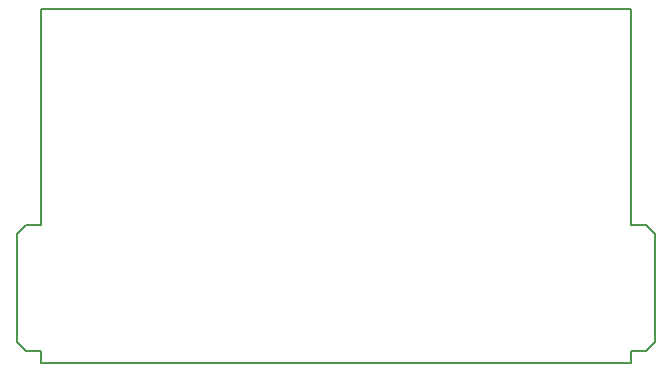
<source format=gko>
G04*
G04 #@! TF.GenerationSoftware,Altium Limited,Altium Designer,22.2.1 (43)*
G04*
G04 Layer_Color=16711935*
%FSLAX25Y25*%
%MOIN*%
G70*
G04*
G04 #@! TF.SameCoordinates,7E0105E5-CDA3-4412-BB16-D98C73C22E17*
G04*
G04*
G04 #@! TF.FilePolarity,Positive*
G04*
G01*
G75*
%ADD17C,0.00500*%
D17*
X201850Y46000D02*
X204850Y43000D01*
X201850Y4000D02*
X204850Y7000D01*
X196850Y4000D02*
X201850D01*
X204850Y7000D02*
Y43000D01*
X196850Y46000D02*
X201850D01*
X196850Y0D02*
Y4000D01*
Y46000D02*
Y118110D01*
X0Y46000D02*
Y118110D01*
Y0D02*
Y4000D01*
Y0D02*
X196850D01*
X0Y118110D02*
X196850D01*
X-5000Y46000D02*
X0D01*
X-8000Y7000D02*
Y43000D01*
X-5000Y4000D02*
X0D01*
X-8000Y7000D02*
X-5000Y4000D01*
X-8000Y43000D02*
X-5000Y46000D01*
M02*

</source>
